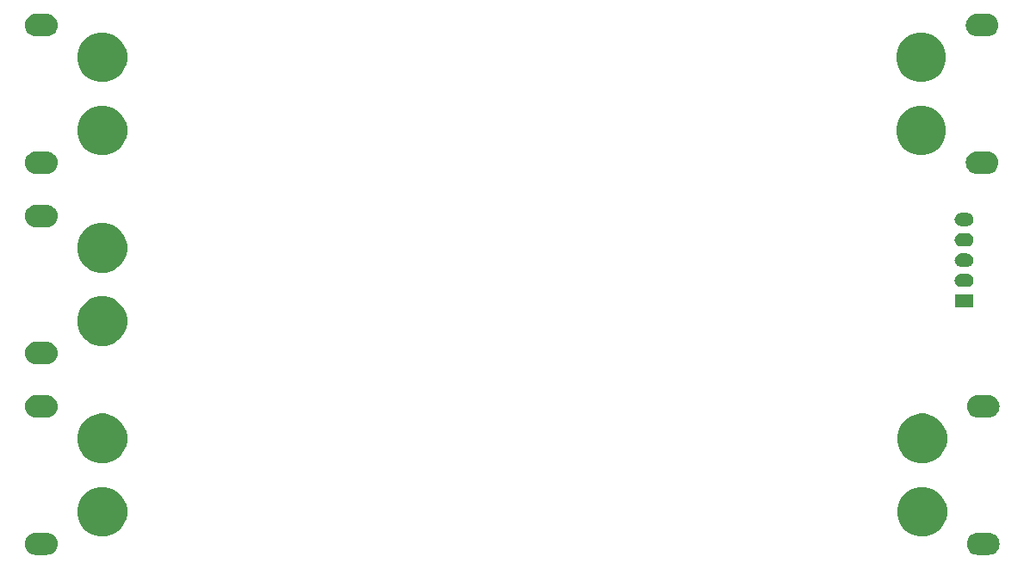
<source format=gbr>
G04 #@! TF.GenerationSoftware,KiCad,Pcbnew,5.0.1*
G04 #@! TF.CreationDate,2019-04-07T22:06:23+02:00*
G04 #@! TF.ProjectId,ppboard,7070626F6172642E6B696361645F7063,rev?*
G04 #@! TF.SameCoordinates,Original*
G04 #@! TF.FileFunction,Soldermask,Bot*
G04 #@! TF.FilePolarity,Negative*
%FSLAX46Y46*%
G04 Gerber Fmt 4.6, Leading zero omitted, Abs format (unit mm)*
G04 Created by KiCad (PCBNEW 5.0.1) date Sun Apr  7 22:06:23 2019*
%MOMM*%
%LPD*%
G01*
G04 APERTURE LIST*
%ADD10C,0.100000*%
G04 APERTURE END LIST*
D10*
G36*
X189315830Y-89414930D02*
X189315833Y-89414931D01*
X189315834Y-89414931D01*
X189523373Y-89477887D01*
X189523375Y-89477888D01*
X189714644Y-89580123D01*
X189882291Y-89717709D01*
X190019877Y-89885356D01*
X190122112Y-90076625D01*
X190185070Y-90284170D01*
X190206327Y-90500000D01*
X190185070Y-90715830D01*
X190122112Y-90923375D01*
X190019877Y-91114644D01*
X189882291Y-91282291D01*
X189714644Y-91419877D01*
X189523375Y-91522112D01*
X189523373Y-91522113D01*
X189315834Y-91585069D01*
X189315833Y-91585069D01*
X189315830Y-91585070D01*
X189154089Y-91601000D01*
X188045911Y-91601000D01*
X187884170Y-91585070D01*
X187884167Y-91585069D01*
X187884166Y-91585069D01*
X187676627Y-91522113D01*
X187676625Y-91522112D01*
X187485356Y-91419877D01*
X187317709Y-91282291D01*
X187180123Y-91114644D01*
X187077888Y-90923375D01*
X187014930Y-90715830D01*
X186993673Y-90500000D01*
X187014930Y-90284170D01*
X187077888Y-90076625D01*
X187180123Y-89885356D01*
X187317709Y-89717709D01*
X187485356Y-89580123D01*
X187676625Y-89477888D01*
X187676627Y-89477887D01*
X187884166Y-89414931D01*
X187884167Y-89414931D01*
X187884170Y-89414930D01*
X188045911Y-89399000D01*
X189154089Y-89399000D01*
X189315830Y-89414930D01*
X189315830Y-89414930D01*
G37*
G36*
X96715830Y-89414930D02*
X96715833Y-89414931D01*
X96715834Y-89414931D01*
X96923373Y-89477887D01*
X96923375Y-89477888D01*
X97114644Y-89580123D01*
X97282291Y-89717709D01*
X97419877Y-89885356D01*
X97522112Y-90076625D01*
X97585070Y-90284170D01*
X97606327Y-90500000D01*
X97585070Y-90715830D01*
X97522112Y-90923375D01*
X97419877Y-91114644D01*
X97282291Y-91282291D01*
X97114644Y-91419877D01*
X96923375Y-91522112D01*
X96923373Y-91522113D01*
X96715834Y-91585069D01*
X96715833Y-91585069D01*
X96715830Y-91585070D01*
X96554089Y-91601000D01*
X95445911Y-91601000D01*
X95284170Y-91585070D01*
X95284167Y-91585069D01*
X95284166Y-91585069D01*
X95076627Y-91522113D01*
X95076625Y-91522112D01*
X94885356Y-91419877D01*
X94717709Y-91282291D01*
X94580123Y-91114644D01*
X94477888Y-90923375D01*
X94414930Y-90715830D01*
X94393673Y-90500000D01*
X94414930Y-90284170D01*
X94477888Y-90076625D01*
X94580123Y-89885356D01*
X94717709Y-89717709D01*
X94885356Y-89580123D01*
X95076625Y-89477888D01*
X95076627Y-89477887D01*
X95284166Y-89414931D01*
X95284167Y-89414931D01*
X95284170Y-89414930D01*
X95445911Y-89399000D01*
X96554089Y-89399000D01*
X96715830Y-89414930D01*
X96715830Y-89414930D01*
G37*
G36*
X183314927Y-84993190D02*
X183314929Y-84993191D01*
X183314930Y-84993191D01*
X183760984Y-85177952D01*
X184014905Y-85347617D01*
X184162424Y-85446186D01*
X184503814Y-85787576D01*
X184503816Y-85787579D01*
X184772048Y-86189016D01*
X184956809Y-86635070D01*
X185051000Y-87108598D01*
X185051000Y-87591402D01*
X184956809Y-88064930D01*
X184772048Y-88510984D01*
X184672859Y-88659430D01*
X184503814Y-88912424D01*
X184162424Y-89253814D01*
X184162421Y-89253816D01*
X183760984Y-89522048D01*
X183314930Y-89706809D01*
X183314929Y-89706809D01*
X183314927Y-89706810D01*
X182841404Y-89801000D01*
X182358596Y-89801000D01*
X181885073Y-89706810D01*
X181885071Y-89706809D01*
X181885070Y-89706809D01*
X181439016Y-89522048D01*
X181037579Y-89253816D01*
X181037576Y-89253814D01*
X180696186Y-88912424D01*
X180527141Y-88659430D01*
X180427952Y-88510984D01*
X180243191Y-88064930D01*
X180149000Y-87591402D01*
X180149000Y-87108598D01*
X180243191Y-86635070D01*
X180427952Y-86189016D01*
X180696184Y-85787579D01*
X180696186Y-85787576D01*
X181037576Y-85446186D01*
X181185095Y-85347617D01*
X181439016Y-85177952D01*
X181885070Y-84993191D01*
X181885071Y-84993191D01*
X181885073Y-84993190D01*
X182358596Y-84899000D01*
X182841404Y-84899000D01*
X183314927Y-84993190D01*
X183314927Y-84993190D01*
G37*
G36*
X102714927Y-84993190D02*
X102714929Y-84993191D01*
X102714930Y-84993191D01*
X103160984Y-85177952D01*
X103414905Y-85347617D01*
X103562424Y-85446186D01*
X103903814Y-85787576D01*
X103903816Y-85787579D01*
X104172048Y-86189016D01*
X104356809Y-86635070D01*
X104451000Y-87108598D01*
X104451000Y-87591402D01*
X104356809Y-88064930D01*
X104172048Y-88510984D01*
X104072859Y-88659430D01*
X103903814Y-88912424D01*
X103562424Y-89253814D01*
X103562421Y-89253816D01*
X103160984Y-89522048D01*
X102714930Y-89706809D01*
X102714929Y-89706809D01*
X102714927Y-89706810D01*
X102241404Y-89801000D01*
X101758596Y-89801000D01*
X101285073Y-89706810D01*
X101285071Y-89706809D01*
X101285070Y-89706809D01*
X100839016Y-89522048D01*
X100437579Y-89253816D01*
X100437576Y-89253814D01*
X100096186Y-88912424D01*
X99927141Y-88659430D01*
X99827952Y-88510984D01*
X99643191Y-88064930D01*
X99549000Y-87591402D01*
X99549000Y-87108598D01*
X99643191Y-86635070D01*
X99827952Y-86189016D01*
X100096184Y-85787579D01*
X100096186Y-85787576D01*
X100437576Y-85446186D01*
X100585095Y-85347617D01*
X100839016Y-85177952D01*
X101285070Y-84993191D01*
X101285071Y-84993191D01*
X101285073Y-84993190D01*
X101758596Y-84899000D01*
X102241404Y-84899000D01*
X102714927Y-84993190D01*
X102714927Y-84993190D01*
G37*
G36*
X183314927Y-77793190D02*
X183314929Y-77793191D01*
X183314930Y-77793191D01*
X183760984Y-77977952D01*
X184014905Y-78147617D01*
X184162424Y-78246186D01*
X184503814Y-78587576D01*
X184503816Y-78587579D01*
X184772048Y-78989016D01*
X184956809Y-79435070D01*
X185051000Y-79908598D01*
X185051000Y-80391402D01*
X184956809Y-80864930D01*
X184772048Y-81310984D01*
X184582018Y-81595383D01*
X184503814Y-81712424D01*
X184162424Y-82053814D01*
X184162421Y-82053816D01*
X183760984Y-82322048D01*
X183314930Y-82506809D01*
X183314929Y-82506809D01*
X183314927Y-82506810D01*
X182841404Y-82601000D01*
X182358596Y-82601000D01*
X181885073Y-82506810D01*
X181885071Y-82506809D01*
X181885070Y-82506809D01*
X181439016Y-82322048D01*
X181037579Y-82053816D01*
X181037576Y-82053814D01*
X180696186Y-81712424D01*
X180617982Y-81595383D01*
X180427952Y-81310984D01*
X180243191Y-80864930D01*
X180149000Y-80391402D01*
X180149000Y-79908598D01*
X180243191Y-79435070D01*
X180427952Y-78989016D01*
X180696184Y-78587579D01*
X180696186Y-78587576D01*
X181037576Y-78246186D01*
X181185095Y-78147617D01*
X181439016Y-77977952D01*
X181885070Y-77793191D01*
X181885071Y-77793191D01*
X181885073Y-77793190D01*
X182358596Y-77699000D01*
X182841404Y-77699000D01*
X183314927Y-77793190D01*
X183314927Y-77793190D01*
G37*
G36*
X102714927Y-77793190D02*
X102714929Y-77793191D01*
X102714930Y-77793191D01*
X103160984Y-77977952D01*
X103414905Y-78147617D01*
X103562424Y-78246186D01*
X103903814Y-78587576D01*
X103903816Y-78587579D01*
X104172048Y-78989016D01*
X104356809Y-79435070D01*
X104451000Y-79908598D01*
X104451000Y-80391402D01*
X104356809Y-80864930D01*
X104172048Y-81310984D01*
X103982018Y-81595383D01*
X103903814Y-81712424D01*
X103562424Y-82053814D01*
X103562421Y-82053816D01*
X103160984Y-82322048D01*
X102714930Y-82506809D01*
X102714929Y-82506809D01*
X102714927Y-82506810D01*
X102241404Y-82601000D01*
X101758596Y-82601000D01*
X101285073Y-82506810D01*
X101285071Y-82506809D01*
X101285070Y-82506809D01*
X100839016Y-82322048D01*
X100437579Y-82053816D01*
X100437576Y-82053814D01*
X100096186Y-81712424D01*
X100017982Y-81595383D01*
X99827952Y-81310984D01*
X99643191Y-80864930D01*
X99549000Y-80391402D01*
X99549000Y-79908598D01*
X99643191Y-79435070D01*
X99827952Y-78989016D01*
X100096184Y-78587579D01*
X100096186Y-78587576D01*
X100437576Y-78246186D01*
X100585095Y-78147617D01*
X100839016Y-77977952D01*
X101285070Y-77793191D01*
X101285071Y-77793191D01*
X101285073Y-77793190D01*
X101758596Y-77699000D01*
X102241404Y-77699000D01*
X102714927Y-77793190D01*
X102714927Y-77793190D01*
G37*
G36*
X96715830Y-75914930D02*
X96715833Y-75914931D01*
X96715834Y-75914931D01*
X96923373Y-75977887D01*
X96923375Y-75977888D01*
X97114644Y-76080123D01*
X97282291Y-76217709D01*
X97419877Y-76385356D01*
X97522112Y-76576625D01*
X97585070Y-76784170D01*
X97606327Y-77000000D01*
X97585070Y-77215830D01*
X97522112Y-77423375D01*
X97419877Y-77614644D01*
X97282291Y-77782291D01*
X97114644Y-77919877D01*
X96923375Y-78022112D01*
X96923373Y-78022113D01*
X96715834Y-78085069D01*
X96715833Y-78085069D01*
X96715830Y-78085070D01*
X96554089Y-78101000D01*
X95445911Y-78101000D01*
X95284170Y-78085070D01*
X95284167Y-78085069D01*
X95284166Y-78085069D01*
X95076627Y-78022113D01*
X95076625Y-78022112D01*
X94885356Y-77919877D01*
X94717709Y-77782291D01*
X94580123Y-77614644D01*
X94477888Y-77423375D01*
X94414930Y-77215830D01*
X94393673Y-77000000D01*
X94414930Y-76784170D01*
X94477888Y-76576625D01*
X94580123Y-76385356D01*
X94717709Y-76217709D01*
X94885356Y-76080123D01*
X95076625Y-75977888D01*
X95076627Y-75977887D01*
X95284166Y-75914931D01*
X95284167Y-75914931D01*
X95284170Y-75914930D01*
X95445911Y-75899000D01*
X96554089Y-75899000D01*
X96715830Y-75914930D01*
X96715830Y-75914930D01*
G37*
G36*
X189315830Y-75914930D02*
X189315833Y-75914931D01*
X189315834Y-75914931D01*
X189523373Y-75977887D01*
X189523375Y-75977888D01*
X189714644Y-76080123D01*
X189882291Y-76217709D01*
X190019877Y-76385356D01*
X190122112Y-76576625D01*
X190185070Y-76784170D01*
X190206327Y-77000000D01*
X190185070Y-77215830D01*
X190122112Y-77423375D01*
X190019877Y-77614644D01*
X189882291Y-77782291D01*
X189714644Y-77919877D01*
X189523375Y-78022112D01*
X189523373Y-78022113D01*
X189315834Y-78085069D01*
X189315833Y-78085069D01*
X189315830Y-78085070D01*
X189154089Y-78101000D01*
X188045911Y-78101000D01*
X187884170Y-78085070D01*
X187884167Y-78085069D01*
X187884166Y-78085069D01*
X187676627Y-78022113D01*
X187676625Y-78022112D01*
X187485356Y-77919877D01*
X187317709Y-77782291D01*
X187180123Y-77614644D01*
X187077888Y-77423375D01*
X187014930Y-77215830D01*
X186993673Y-77000000D01*
X187014930Y-76784170D01*
X187077888Y-76576625D01*
X187180123Y-76385356D01*
X187317709Y-76217709D01*
X187485356Y-76080123D01*
X187676625Y-75977888D01*
X187676627Y-75977887D01*
X187884166Y-75914931D01*
X187884167Y-75914931D01*
X187884170Y-75914930D01*
X188045911Y-75899000D01*
X189154089Y-75899000D01*
X189315830Y-75914930D01*
X189315830Y-75914930D01*
G37*
G36*
X96715830Y-70664930D02*
X96715833Y-70664931D01*
X96715834Y-70664931D01*
X96923373Y-70727887D01*
X96923375Y-70727888D01*
X97114644Y-70830123D01*
X97282291Y-70967709D01*
X97419877Y-71135356D01*
X97522112Y-71326625D01*
X97585070Y-71534170D01*
X97606327Y-71750000D01*
X97585070Y-71965830D01*
X97522112Y-72173375D01*
X97419877Y-72364644D01*
X97282291Y-72532291D01*
X97114644Y-72669877D01*
X96923375Y-72772112D01*
X96923373Y-72772113D01*
X96715834Y-72835069D01*
X96715833Y-72835069D01*
X96715830Y-72835070D01*
X96554089Y-72851000D01*
X95445911Y-72851000D01*
X95284170Y-72835070D01*
X95284167Y-72835069D01*
X95284166Y-72835069D01*
X95076627Y-72772113D01*
X95076625Y-72772112D01*
X94885356Y-72669877D01*
X94717709Y-72532291D01*
X94580123Y-72364644D01*
X94477888Y-72173375D01*
X94414930Y-71965830D01*
X94393673Y-71750000D01*
X94414930Y-71534170D01*
X94477888Y-71326625D01*
X94580123Y-71135356D01*
X94717709Y-70967709D01*
X94885356Y-70830123D01*
X95076625Y-70727888D01*
X95076627Y-70727887D01*
X95284166Y-70664931D01*
X95284167Y-70664931D01*
X95284170Y-70664930D01*
X95445911Y-70649000D01*
X96554089Y-70649000D01*
X96715830Y-70664930D01*
X96715830Y-70664930D01*
G37*
G36*
X102714927Y-66243190D02*
X102714929Y-66243191D01*
X102714930Y-66243191D01*
X103160984Y-66427952D01*
X103414905Y-66597617D01*
X103562424Y-66696186D01*
X103903814Y-67037576D01*
X103903816Y-67037579D01*
X104172048Y-67439016D01*
X104356809Y-67885070D01*
X104451000Y-68358598D01*
X104451000Y-68841402D01*
X104356809Y-69314930D01*
X104172048Y-69760984D01*
X104072859Y-69909430D01*
X103903814Y-70162424D01*
X103562424Y-70503814D01*
X103562421Y-70503816D01*
X103160984Y-70772048D01*
X102714930Y-70956809D01*
X102714929Y-70956809D01*
X102714927Y-70956810D01*
X102241404Y-71051000D01*
X101758596Y-71051000D01*
X101285073Y-70956810D01*
X101285071Y-70956809D01*
X101285070Y-70956809D01*
X100839016Y-70772048D01*
X100437579Y-70503816D01*
X100437576Y-70503814D01*
X100096186Y-70162424D01*
X99927141Y-69909430D01*
X99827952Y-69760984D01*
X99643191Y-69314930D01*
X99549000Y-68841402D01*
X99549000Y-68358598D01*
X99643191Y-67885070D01*
X99827952Y-67439016D01*
X100096184Y-67037579D01*
X100096186Y-67037576D01*
X100437576Y-66696186D01*
X100585095Y-66597617D01*
X100839016Y-66427952D01*
X101285070Y-66243191D01*
X101285071Y-66243191D01*
X101285073Y-66243190D01*
X101758596Y-66149000D01*
X102241404Y-66149000D01*
X102714927Y-66243190D01*
X102714927Y-66243190D01*
G37*
G36*
X187491242Y-65953404D02*
X187528339Y-65964657D01*
X187562520Y-65982927D01*
X187592482Y-66007518D01*
X187617073Y-66037480D01*
X187635343Y-66071661D01*
X187646596Y-66108758D01*
X187651000Y-66153473D01*
X187651000Y-67046527D01*
X187646596Y-67091242D01*
X187635343Y-67128339D01*
X187617073Y-67162520D01*
X187592482Y-67192482D01*
X187562520Y-67217073D01*
X187528339Y-67235343D01*
X187491242Y-67246596D01*
X187446527Y-67251000D01*
X186003473Y-67251000D01*
X185958758Y-67246596D01*
X185921661Y-67235343D01*
X185887480Y-67217073D01*
X185857518Y-67192482D01*
X185832927Y-67162520D01*
X185814657Y-67128339D01*
X185803404Y-67091242D01*
X185799000Y-67046527D01*
X185799000Y-66153473D01*
X185803404Y-66108758D01*
X185814657Y-66071661D01*
X185832927Y-66037480D01*
X185857518Y-66007518D01*
X185887480Y-65982927D01*
X185921661Y-65964657D01*
X185958758Y-65953404D01*
X186003473Y-65949000D01*
X187446527Y-65949000D01*
X187491242Y-65953404D01*
X187491242Y-65953404D01*
G37*
G36*
X187063855Y-63952140D02*
X187127618Y-63958420D01*
X187209427Y-63983237D01*
X187250333Y-63995645D01*
X187350491Y-64049181D01*
X187363426Y-64056095D01*
X187462553Y-64137447D01*
X187543905Y-64236574D01*
X187543906Y-64236576D01*
X187604355Y-64349667D01*
X187604355Y-64349668D01*
X187641580Y-64472382D01*
X187654149Y-64600000D01*
X187641580Y-64727618D01*
X187616763Y-64809427D01*
X187604355Y-64850333D01*
X187550819Y-64950491D01*
X187543905Y-64963426D01*
X187462553Y-65062553D01*
X187363426Y-65143905D01*
X187363424Y-65143906D01*
X187250333Y-65204355D01*
X187209427Y-65216763D01*
X187127618Y-65241580D01*
X187063855Y-65247860D01*
X187031974Y-65251000D01*
X186418026Y-65251000D01*
X186386145Y-65247860D01*
X186322382Y-65241580D01*
X186240573Y-65216763D01*
X186199667Y-65204355D01*
X186086576Y-65143906D01*
X186086574Y-65143905D01*
X185987447Y-65062553D01*
X185906095Y-64963426D01*
X185899181Y-64950491D01*
X185845645Y-64850333D01*
X185833237Y-64809427D01*
X185808420Y-64727618D01*
X185795851Y-64600000D01*
X185808420Y-64472382D01*
X185845645Y-64349668D01*
X185845645Y-64349667D01*
X185906094Y-64236576D01*
X185906095Y-64236574D01*
X185987447Y-64137447D01*
X186086574Y-64056095D01*
X186099509Y-64049181D01*
X186199667Y-63995645D01*
X186240573Y-63983237D01*
X186322382Y-63958420D01*
X186386145Y-63952140D01*
X186418026Y-63949000D01*
X187031974Y-63949000D01*
X187063855Y-63952140D01*
X187063855Y-63952140D01*
G37*
G36*
X102714927Y-59043190D02*
X102714929Y-59043191D01*
X102714930Y-59043191D01*
X103160984Y-59227952D01*
X103414905Y-59397617D01*
X103562424Y-59496186D01*
X103903814Y-59837576D01*
X103903816Y-59837579D01*
X104172048Y-60239016D01*
X104321572Y-60600000D01*
X104356810Y-60685073D01*
X104451000Y-61158596D01*
X104451000Y-61641404D01*
X104368513Y-62056094D01*
X104356809Y-62114930D01*
X104172048Y-62560984D01*
X103978711Y-62850333D01*
X103903814Y-62962424D01*
X103562424Y-63303814D01*
X103562421Y-63303816D01*
X103160984Y-63572048D01*
X102714930Y-63756809D01*
X102714929Y-63756809D01*
X102714927Y-63756810D01*
X102241404Y-63851000D01*
X101758596Y-63851000D01*
X101285073Y-63756810D01*
X101285071Y-63756809D01*
X101285070Y-63756809D01*
X100839016Y-63572048D01*
X100437579Y-63303816D01*
X100437576Y-63303814D01*
X100096186Y-62962424D01*
X100021289Y-62850333D01*
X99827952Y-62560984D01*
X99643191Y-62114930D01*
X99631488Y-62056094D01*
X99549000Y-61641404D01*
X99549000Y-61158596D01*
X99643190Y-60685073D01*
X99678428Y-60600000D01*
X99827952Y-60239016D01*
X100096184Y-59837579D01*
X100096186Y-59837576D01*
X100437576Y-59496186D01*
X100585095Y-59397617D01*
X100839016Y-59227952D01*
X101285070Y-59043191D01*
X101285071Y-59043191D01*
X101285073Y-59043190D01*
X101758596Y-58949000D01*
X102241404Y-58949000D01*
X102714927Y-59043190D01*
X102714927Y-59043190D01*
G37*
G36*
X187063855Y-61952140D02*
X187127618Y-61958420D01*
X187209427Y-61983237D01*
X187250333Y-61995645D01*
X187350491Y-62049181D01*
X187363426Y-62056095D01*
X187462553Y-62137447D01*
X187543905Y-62236574D01*
X187543906Y-62236576D01*
X187604355Y-62349667D01*
X187604355Y-62349668D01*
X187641580Y-62472382D01*
X187654149Y-62600000D01*
X187641580Y-62727618D01*
X187626427Y-62777570D01*
X187604355Y-62850333D01*
X187572857Y-62909261D01*
X187543905Y-62963426D01*
X187462553Y-63062553D01*
X187363426Y-63143905D01*
X187363424Y-63143906D01*
X187250333Y-63204355D01*
X187209427Y-63216763D01*
X187127618Y-63241580D01*
X187063855Y-63247860D01*
X187031974Y-63251000D01*
X186418026Y-63251000D01*
X186386145Y-63247860D01*
X186322382Y-63241580D01*
X186240573Y-63216763D01*
X186199667Y-63204355D01*
X186086576Y-63143906D01*
X186086574Y-63143905D01*
X185987447Y-63062553D01*
X185906095Y-62963426D01*
X185877143Y-62909261D01*
X185845645Y-62850333D01*
X185823573Y-62777570D01*
X185808420Y-62727618D01*
X185795851Y-62600000D01*
X185808420Y-62472382D01*
X185845645Y-62349668D01*
X185845645Y-62349667D01*
X185906094Y-62236576D01*
X185906095Y-62236574D01*
X185987447Y-62137447D01*
X186086574Y-62056095D01*
X186099509Y-62049181D01*
X186199667Y-61995645D01*
X186240573Y-61983237D01*
X186322382Y-61958420D01*
X186386145Y-61952140D01*
X186418026Y-61949000D01*
X187031974Y-61949000D01*
X187063855Y-61952140D01*
X187063855Y-61952140D01*
G37*
G36*
X187063855Y-59952140D02*
X187127618Y-59958420D01*
X187209427Y-59983237D01*
X187250333Y-59995645D01*
X187350491Y-60049181D01*
X187363426Y-60056095D01*
X187462553Y-60137447D01*
X187543905Y-60236574D01*
X187543906Y-60236576D01*
X187604355Y-60349667D01*
X187616763Y-60390573D01*
X187641580Y-60472382D01*
X187654149Y-60600000D01*
X187641580Y-60727618D01*
X187616763Y-60809427D01*
X187604355Y-60850333D01*
X187550819Y-60950491D01*
X187543905Y-60963426D01*
X187462553Y-61062553D01*
X187363426Y-61143905D01*
X187363424Y-61143906D01*
X187250333Y-61204355D01*
X187209427Y-61216763D01*
X187127618Y-61241580D01*
X187063855Y-61247860D01*
X187031974Y-61251000D01*
X186418026Y-61251000D01*
X186386145Y-61247860D01*
X186322382Y-61241580D01*
X186240573Y-61216763D01*
X186199667Y-61204355D01*
X186086576Y-61143906D01*
X186086574Y-61143905D01*
X185987447Y-61062553D01*
X185906095Y-60963426D01*
X185899181Y-60950491D01*
X185845645Y-60850333D01*
X185833237Y-60809427D01*
X185808420Y-60727618D01*
X185795851Y-60600000D01*
X185808420Y-60472382D01*
X185833237Y-60390573D01*
X185845645Y-60349667D01*
X185906094Y-60236576D01*
X185906095Y-60236574D01*
X185987447Y-60137447D01*
X186086574Y-60056095D01*
X186099509Y-60049181D01*
X186199667Y-59995645D01*
X186240573Y-59983237D01*
X186322382Y-59958420D01*
X186386145Y-59952140D01*
X186418026Y-59949000D01*
X187031974Y-59949000D01*
X187063855Y-59952140D01*
X187063855Y-59952140D01*
G37*
G36*
X96715830Y-57164930D02*
X96715833Y-57164931D01*
X96715834Y-57164931D01*
X96923373Y-57227887D01*
X96923375Y-57227888D01*
X97114644Y-57330123D01*
X97282291Y-57467709D01*
X97419877Y-57635356D01*
X97522112Y-57826625D01*
X97585070Y-58034170D01*
X97606327Y-58250000D01*
X97585070Y-58465830D01*
X97585069Y-58465833D01*
X97585069Y-58465834D01*
X97583083Y-58472382D01*
X97522112Y-58673375D01*
X97419877Y-58864644D01*
X97282291Y-59032291D01*
X97114644Y-59169877D01*
X96923375Y-59272112D01*
X96923373Y-59272113D01*
X96715834Y-59335069D01*
X96715833Y-59335069D01*
X96715830Y-59335070D01*
X96554089Y-59351000D01*
X95445911Y-59351000D01*
X95284170Y-59335070D01*
X95284167Y-59335069D01*
X95284166Y-59335069D01*
X95076627Y-59272113D01*
X95076625Y-59272112D01*
X94885356Y-59169877D01*
X94717709Y-59032291D01*
X94580123Y-58864644D01*
X94477888Y-58673375D01*
X94416918Y-58472382D01*
X94414931Y-58465834D01*
X94414931Y-58465833D01*
X94414930Y-58465830D01*
X94393673Y-58250000D01*
X94414930Y-58034170D01*
X94477888Y-57826625D01*
X94580123Y-57635356D01*
X94717709Y-57467709D01*
X94885356Y-57330123D01*
X95076625Y-57227888D01*
X95076627Y-57227887D01*
X95284166Y-57164931D01*
X95284167Y-57164931D01*
X95284170Y-57164930D01*
X95445911Y-57149000D01*
X96554089Y-57149000D01*
X96715830Y-57164930D01*
X96715830Y-57164930D01*
G37*
G36*
X187063855Y-57952140D02*
X187127618Y-57958420D01*
X187209427Y-57983237D01*
X187250333Y-57995645D01*
X187322400Y-58034166D01*
X187363426Y-58056095D01*
X187462553Y-58137447D01*
X187543905Y-58236574D01*
X187543906Y-58236576D01*
X187604355Y-58349667D01*
X187604355Y-58349668D01*
X187641580Y-58472382D01*
X187654149Y-58600000D01*
X187641580Y-58727618D01*
X187616763Y-58809427D01*
X187604355Y-58850333D01*
X187551616Y-58949000D01*
X187543905Y-58963426D01*
X187462553Y-59062553D01*
X187363426Y-59143905D01*
X187363424Y-59143906D01*
X187250333Y-59204355D01*
X187209427Y-59216763D01*
X187127618Y-59241580D01*
X187063855Y-59247860D01*
X187031974Y-59251000D01*
X186418026Y-59251000D01*
X186386145Y-59247860D01*
X186322382Y-59241580D01*
X186240573Y-59216763D01*
X186199667Y-59204355D01*
X186086576Y-59143906D01*
X186086574Y-59143905D01*
X185987447Y-59062553D01*
X185906095Y-58963426D01*
X185898384Y-58949000D01*
X185845645Y-58850333D01*
X185833237Y-58809427D01*
X185808420Y-58727618D01*
X185795851Y-58600000D01*
X185808420Y-58472382D01*
X185845645Y-58349668D01*
X185845645Y-58349667D01*
X185906094Y-58236576D01*
X185906095Y-58236574D01*
X185987447Y-58137447D01*
X186086574Y-58056095D01*
X186127600Y-58034166D01*
X186199667Y-57995645D01*
X186240573Y-57983237D01*
X186322382Y-57958420D01*
X186386145Y-57952140D01*
X186418026Y-57949000D01*
X187031974Y-57949000D01*
X187063855Y-57952140D01*
X187063855Y-57952140D01*
G37*
G36*
X96715830Y-51914930D02*
X96715833Y-51914931D01*
X96715834Y-51914931D01*
X96923373Y-51977887D01*
X96923375Y-51977888D01*
X97114644Y-52080123D01*
X97282291Y-52217709D01*
X97419877Y-52385356D01*
X97522112Y-52576625D01*
X97585070Y-52784170D01*
X97606327Y-53000000D01*
X97585070Y-53215830D01*
X97522112Y-53423375D01*
X97419877Y-53614644D01*
X97282291Y-53782291D01*
X97114644Y-53919877D01*
X96923375Y-54022112D01*
X96923373Y-54022113D01*
X96715834Y-54085069D01*
X96715833Y-54085069D01*
X96715830Y-54085070D01*
X96554089Y-54101000D01*
X95445911Y-54101000D01*
X95284170Y-54085070D01*
X95284167Y-54085069D01*
X95284166Y-54085069D01*
X95076627Y-54022113D01*
X95076625Y-54022112D01*
X94885356Y-53919877D01*
X94717709Y-53782291D01*
X94580123Y-53614644D01*
X94477888Y-53423375D01*
X94414930Y-53215830D01*
X94393673Y-53000000D01*
X94414930Y-52784170D01*
X94477888Y-52576625D01*
X94580123Y-52385356D01*
X94717709Y-52217709D01*
X94885356Y-52080123D01*
X95076625Y-51977888D01*
X95076627Y-51977887D01*
X95284166Y-51914931D01*
X95284167Y-51914931D01*
X95284170Y-51914930D01*
X95445911Y-51899000D01*
X96554089Y-51899000D01*
X96715830Y-51914930D01*
X96715830Y-51914930D01*
G37*
G36*
X189215830Y-51914930D02*
X189215833Y-51914931D01*
X189215834Y-51914931D01*
X189423373Y-51977887D01*
X189423375Y-51977888D01*
X189614644Y-52080123D01*
X189782291Y-52217709D01*
X189919877Y-52385356D01*
X190022112Y-52576625D01*
X190085070Y-52784170D01*
X190106327Y-53000000D01*
X190085070Y-53215830D01*
X190022112Y-53423375D01*
X189919877Y-53614644D01*
X189782291Y-53782291D01*
X189614644Y-53919877D01*
X189423375Y-54022112D01*
X189423373Y-54022113D01*
X189215834Y-54085069D01*
X189215833Y-54085069D01*
X189215830Y-54085070D01*
X189054089Y-54101000D01*
X187945911Y-54101000D01*
X187784170Y-54085070D01*
X187784167Y-54085069D01*
X187784166Y-54085069D01*
X187576627Y-54022113D01*
X187576625Y-54022112D01*
X187385356Y-53919877D01*
X187217709Y-53782291D01*
X187080123Y-53614644D01*
X186977888Y-53423375D01*
X186914930Y-53215830D01*
X186893673Y-53000000D01*
X186914930Y-52784170D01*
X186977888Y-52576625D01*
X187080123Y-52385356D01*
X187217709Y-52217709D01*
X187385356Y-52080123D01*
X187576625Y-51977888D01*
X187576627Y-51977887D01*
X187784166Y-51914931D01*
X187784167Y-51914931D01*
X187784170Y-51914930D01*
X187945911Y-51899000D01*
X189054089Y-51899000D01*
X189215830Y-51914930D01*
X189215830Y-51914930D01*
G37*
G36*
X102714927Y-47493190D02*
X102714929Y-47493191D01*
X102714930Y-47493191D01*
X103160984Y-47677952D01*
X103414905Y-47847617D01*
X103562424Y-47946186D01*
X103903814Y-48287576D01*
X103903816Y-48287579D01*
X104172048Y-48689016D01*
X104356809Y-49135070D01*
X104451000Y-49608598D01*
X104451000Y-50091402D01*
X104356809Y-50564930D01*
X104172048Y-51010984D01*
X104072859Y-51159430D01*
X103903814Y-51412424D01*
X103562424Y-51753814D01*
X103562421Y-51753816D01*
X103160984Y-52022048D01*
X102714930Y-52206809D01*
X102714929Y-52206809D01*
X102714927Y-52206810D01*
X102241404Y-52301000D01*
X101758596Y-52301000D01*
X101285073Y-52206810D01*
X101285071Y-52206809D01*
X101285070Y-52206809D01*
X100839016Y-52022048D01*
X100437579Y-51753816D01*
X100437576Y-51753814D01*
X100096186Y-51412424D01*
X99927141Y-51159430D01*
X99827952Y-51010984D01*
X99643191Y-50564930D01*
X99549000Y-50091402D01*
X99549000Y-49608598D01*
X99643191Y-49135070D01*
X99827952Y-48689016D01*
X100096184Y-48287579D01*
X100096186Y-48287576D01*
X100437576Y-47946186D01*
X100585095Y-47847617D01*
X100839016Y-47677952D01*
X101285070Y-47493191D01*
X101285071Y-47493191D01*
X101285073Y-47493190D01*
X101758596Y-47399000D01*
X102241404Y-47399000D01*
X102714927Y-47493190D01*
X102714927Y-47493190D01*
G37*
G36*
X183214927Y-47493190D02*
X183214929Y-47493191D01*
X183214930Y-47493191D01*
X183660984Y-47677952D01*
X183914905Y-47847617D01*
X184062424Y-47946186D01*
X184403814Y-48287576D01*
X184403816Y-48287579D01*
X184672048Y-48689016D01*
X184856809Y-49135070D01*
X184951000Y-49608598D01*
X184951000Y-50091402D01*
X184856809Y-50564930D01*
X184672048Y-51010984D01*
X184572859Y-51159430D01*
X184403814Y-51412424D01*
X184062424Y-51753814D01*
X184062421Y-51753816D01*
X183660984Y-52022048D01*
X183214930Y-52206809D01*
X183214929Y-52206809D01*
X183214927Y-52206810D01*
X182741404Y-52301000D01*
X182258596Y-52301000D01*
X181785073Y-52206810D01*
X181785071Y-52206809D01*
X181785070Y-52206809D01*
X181339016Y-52022048D01*
X180937579Y-51753816D01*
X180937576Y-51753814D01*
X180596186Y-51412424D01*
X180427141Y-51159430D01*
X180327952Y-51010984D01*
X180143191Y-50564930D01*
X180049000Y-50091402D01*
X180049000Y-49608598D01*
X180143191Y-49135070D01*
X180327952Y-48689016D01*
X180596184Y-48287579D01*
X180596186Y-48287576D01*
X180937576Y-47946186D01*
X181085095Y-47847617D01*
X181339016Y-47677952D01*
X181785070Y-47493191D01*
X181785071Y-47493191D01*
X181785073Y-47493190D01*
X182258596Y-47399000D01*
X182741404Y-47399000D01*
X183214927Y-47493190D01*
X183214927Y-47493190D01*
G37*
G36*
X102714927Y-40293190D02*
X102714929Y-40293191D01*
X102714930Y-40293191D01*
X103160984Y-40477952D01*
X103414905Y-40647617D01*
X103562424Y-40746186D01*
X103903814Y-41087576D01*
X103903816Y-41087579D01*
X104172048Y-41489016D01*
X104356809Y-41935070D01*
X104451000Y-42408598D01*
X104451000Y-42891402D01*
X104356809Y-43364930D01*
X104172048Y-43810984D01*
X103982018Y-44095383D01*
X103903814Y-44212424D01*
X103562424Y-44553814D01*
X103562421Y-44553816D01*
X103160984Y-44822048D01*
X102714930Y-45006809D01*
X102714929Y-45006809D01*
X102714927Y-45006810D01*
X102241404Y-45101000D01*
X101758596Y-45101000D01*
X101285073Y-45006810D01*
X101285071Y-45006809D01*
X101285070Y-45006809D01*
X100839016Y-44822048D01*
X100437579Y-44553816D01*
X100437576Y-44553814D01*
X100096186Y-44212424D01*
X100017982Y-44095383D01*
X99827952Y-43810984D01*
X99643191Y-43364930D01*
X99549000Y-42891402D01*
X99549000Y-42408598D01*
X99643191Y-41935070D01*
X99827952Y-41489016D01*
X100096184Y-41087579D01*
X100096186Y-41087576D01*
X100437576Y-40746186D01*
X100585095Y-40647617D01*
X100839016Y-40477952D01*
X101285070Y-40293191D01*
X101285071Y-40293191D01*
X101285073Y-40293190D01*
X101758596Y-40199000D01*
X102241404Y-40199000D01*
X102714927Y-40293190D01*
X102714927Y-40293190D01*
G37*
G36*
X183214927Y-40293190D02*
X183214929Y-40293191D01*
X183214930Y-40293191D01*
X183660984Y-40477952D01*
X183914905Y-40647617D01*
X184062424Y-40746186D01*
X184403814Y-41087576D01*
X184403816Y-41087579D01*
X184672048Y-41489016D01*
X184856809Y-41935070D01*
X184951000Y-42408598D01*
X184951000Y-42891402D01*
X184856809Y-43364930D01*
X184672048Y-43810984D01*
X184482018Y-44095383D01*
X184403814Y-44212424D01*
X184062424Y-44553814D01*
X184062421Y-44553816D01*
X183660984Y-44822048D01*
X183214930Y-45006809D01*
X183214929Y-45006809D01*
X183214927Y-45006810D01*
X182741404Y-45101000D01*
X182258596Y-45101000D01*
X181785073Y-45006810D01*
X181785071Y-45006809D01*
X181785070Y-45006809D01*
X181339016Y-44822048D01*
X180937579Y-44553816D01*
X180937576Y-44553814D01*
X180596186Y-44212424D01*
X180517982Y-44095383D01*
X180327952Y-43810984D01*
X180143191Y-43364930D01*
X180049000Y-42891402D01*
X180049000Y-42408598D01*
X180143191Y-41935070D01*
X180327952Y-41489016D01*
X180596184Y-41087579D01*
X180596186Y-41087576D01*
X180937576Y-40746186D01*
X181085095Y-40647617D01*
X181339016Y-40477952D01*
X181785070Y-40293191D01*
X181785071Y-40293191D01*
X181785073Y-40293190D01*
X182258596Y-40199000D01*
X182741404Y-40199000D01*
X183214927Y-40293190D01*
X183214927Y-40293190D01*
G37*
G36*
X96715830Y-38414930D02*
X96715833Y-38414931D01*
X96715834Y-38414931D01*
X96923373Y-38477887D01*
X96923375Y-38477888D01*
X97114644Y-38580123D01*
X97282291Y-38717709D01*
X97419877Y-38885356D01*
X97522112Y-39076625D01*
X97585070Y-39284170D01*
X97606327Y-39500000D01*
X97585070Y-39715830D01*
X97522112Y-39923375D01*
X97419877Y-40114644D01*
X97282291Y-40282291D01*
X97114644Y-40419877D01*
X96923375Y-40522112D01*
X96923373Y-40522113D01*
X96715834Y-40585069D01*
X96715833Y-40585069D01*
X96715830Y-40585070D01*
X96554089Y-40601000D01*
X95445911Y-40601000D01*
X95284170Y-40585070D01*
X95284167Y-40585069D01*
X95284166Y-40585069D01*
X95076627Y-40522113D01*
X95076625Y-40522112D01*
X94885356Y-40419877D01*
X94717709Y-40282291D01*
X94580123Y-40114644D01*
X94477888Y-39923375D01*
X94414930Y-39715830D01*
X94393673Y-39500000D01*
X94414930Y-39284170D01*
X94477888Y-39076625D01*
X94580123Y-38885356D01*
X94717709Y-38717709D01*
X94885356Y-38580123D01*
X95076625Y-38477888D01*
X95076627Y-38477887D01*
X95284166Y-38414931D01*
X95284167Y-38414931D01*
X95284170Y-38414930D01*
X95445911Y-38399000D01*
X96554089Y-38399000D01*
X96715830Y-38414930D01*
X96715830Y-38414930D01*
G37*
G36*
X189215830Y-38414930D02*
X189215833Y-38414931D01*
X189215834Y-38414931D01*
X189423373Y-38477887D01*
X189423375Y-38477888D01*
X189614644Y-38580123D01*
X189782291Y-38717709D01*
X189919877Y-38885356D01*
X190022112Y-39076625D01*
X190085070Y-39284170D01*
X190106327Y-39500000D01*
X190085070Y-39715830D01*
X190022112Y-39923375D01*
X189919877Y-40114644D01*
X189782291Y-40282291D01*
X189614644Y-40419877D01*
X189423375Y-40522112D01*
X189423373Y-40522113D01*
X189215834Y-40585069D01*
X189215833Y-40585069D01*
X189215830Y-40585070D01*
X189054089Y-40601000D01*
X187945911Y-40601000D01*
X187784170Y-40585070D01*
X187784167Y-40585069D01*
X187784166Y-40585069D01*
X187576627Y-40522113D01*
X187576625Y-40522112D01*
X187385356Y-40419877D01*
X187217709Y-40282291D01*
X187080123Y-40114644D01*
X186977888Y-39923375D01*
X186914930Y-39715830D01*
X186893673Y-39500000D01*
X186914930Y-39284170D01*
X186977888Y-39076625D01*
X187080123Y-38885356D01*
X187217709Y-38717709D01*
X187385356Y-38580123D01*
X187576625Y-38477888D01*
X187576627Y-38477887D01*
X187784166Y-38414931D01*
X187784167Y-38414931D01*
X187784170Y-38414930D01*
X187945911Y-38399000D01*
X189054089Y-38399000D01*
X189215830Y-38414930D01*
X189215830Y-38414930D01*
G37*
M02*

</source>
